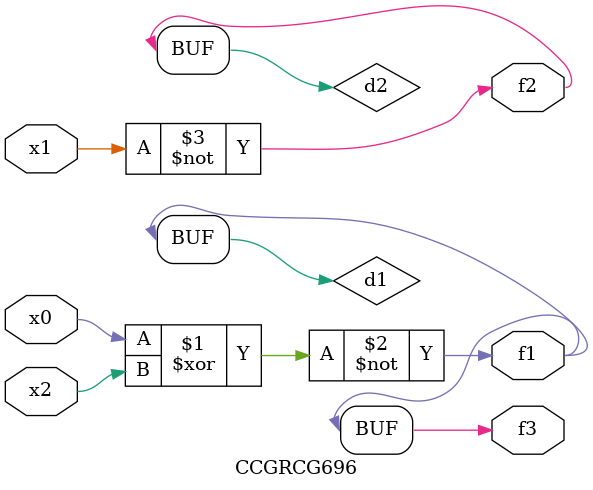
<source format=v>
module CCGRCG696(
	input x0, x1, x2,
	output f1, f2, f3
);

	wire d1, d2, d3;

	xnor (d1, x0, x2);
	nand (d2, x1);
	nor (d3, x1, x2);
	assign f1 = d1;
	assign f2 = d2;
	assign f3 = d1;
endmodule

</source>
